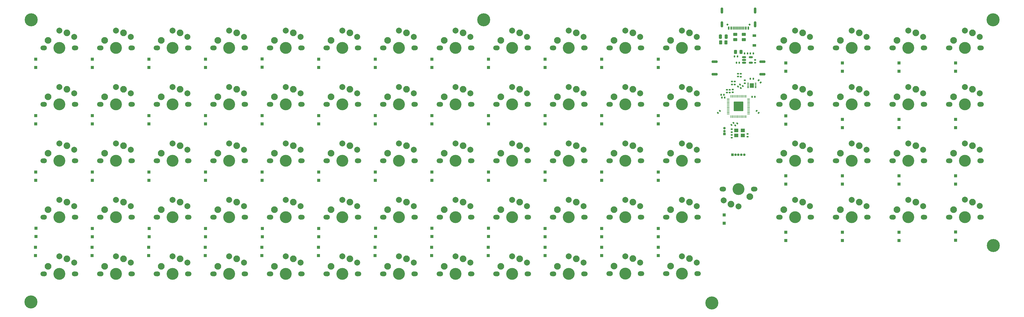
<source format=gbr>
%TF.GenerationSoftware,KiCad,Pcbnew,8.0.2*%
%TF.CreationDate,2024-05-15T22:22:56+01:00*%
%TF.ProjectId,Phoenixia,50686f65-6e69-4786-9961-2e6b69636164,1*%
%TF.SameCoordinates,Original*%
%TF.FileFunction,Soldermask,Bot*%
%TF.FilePolarity,Negative*%
%FSLAX46Y46*%
G04 Gerber Fmt 4.6, Leading zero omitted, Abs format (unit mm)*
G04 Created by KiCad (PCBNEW 8.0.2) date 2024-05-15 22:22:56*
%MOMM*%
%LPD*%
G01*
G04 APERTURE LIST*
G04 Aperture macros list*
%AMRoundRect*
0 Rectangle with rounded corners*
0 $1 Rounding radius*
0 $2 $3 $4 $5 $6 $7 $8 $9 X,Y pos of 4 corners*
0 Add a 4 corners polygon primitive as box body*
4,1,4,$2,$3,$4,$5,$6,$7,$8,$9,$2,$3,0*
0 Add four circle primitives for the rounded corners*
1,1,$1+$1,$2,$3*
1,1,$1+$1,$4,$5*
1,1,$1+$1,$6,$7*
1,1,$1+$1,$8,$9*
0 Add four rect primitives between the rounded corners*
20,1,$1+$1,$2,$3,$4,$5,0*
20,1,$1+$1,$4,$5,$6,$7,0*
20,1,$1+$1,$6,$7,$8,$9,0*
20,1,$1+$1,$8,$9,$2,$3,0*%
G04 Aperture macros list end*
%ADD10C,4.400000*%
%ADD11C,1.700000*%
%ADD12C,1.750000*%
%ADD13C,4.000000*%
%ADD14C,2.250000*%
%ADD15C,2.000000*%
%ADD16O,2.250000X2.250000*%
%ADD17R,0.850000X0.850000*%
%ADD18O,0.850000X0.850000*%
%ADD19RoundRect,0.250000X0.450000X-0.262500X0.450000X0.262500X-0.450000X0.262500X-0.450000X-0.262500X0*%
%ADD20C,0.650000*%
%ADD21R,0.600000X1.100000*%
%ADD22R,0.300000X1.100000*%
%ADD23O,0.900000X2.100000*%
%ADD24RoundRect,0.250000X0.300000X-0.300000X0.300000X0.300000X-0.300000X0.300000X-0.300000X-0.300000X0*%
%ADD25RoundRect,0.250000X0.262500X0.450000X-0.262500X0.450000X-0.262500X-0.450000X0.262500X-0.450000X0*%
%ADD26RoundRect,0.250000X-0.300000X0.300000X-0.300000X-0.300000X0.300000X-0.300000X0.300000X0.300000X0*%
%ADD27RoundRect,0.140000X0.021213X-0.219203X0.219203X-0.021213X-0.021213X0.219203X-0.219203X0.021213X0*%
%ADD28RoundRect,0.140000X0.170000X-0.140000X0.170000X0.140000X-0.170000X0.140000X-0.170000X-0.140000X0*%
%ADD29RoundRect,0.140000X-0.021213X0.219203X-0.219203X0.021213X0.021213X-0.219203X0.219203X-0.021213X0*%
%ADD30R,1.200000X0.900000*%
%ADD31RoundRect,0.140000X0.140000X0.170000X-0.140000X0.170000X-0.140000X-0.170000X0.140000X-0.170000X0*%
%ADD32R,1.400000X1.200000*%
%ADD33RoundRect,0.140000X-0.140000X-0.170000X0.140000X-0.170000X0.140000X0.170000X-0.140000X0.170000X0*%
%ADD34RoundRect,0.135000X0.135000X0.185000X-0.135000X0.185000X-0.135000X-0.185000X0.135000X-0.185000X0*%
%ADD35RoundRect,0.135000X-0.185000X0.135000X-0.185000X-0.135000X0.185000X-0.135000X0.185000X0.135000X0*%
%ADD36RoundRect,0.087500X0.175000X0.087500X-0.175000X0.087500X-0.175000X-0.087500X0.175000X-0.087500X0*%
%ADD37R,1.400000X1.600000*%
%ADD38RoundRect,0.135000X-0.135000X-0.185000X0.135000X-0.185000X0.135000X0.185000X-0.135000X0.185000X0*%
%ADD39RoundRect,0.147500X0.172500X-0.147500X0.172500X0.147500X-0.172500X0.147500X-0.172500X-0.147500X0*%
%ADD40RoundRect,0.150000X-0.512500X-0.150000X0.512500X-0.150000X0.512500X0.150000X-0.512500X0.150000X0*%
%ADD41RoundRect,0.135000X-0.226274X-0.035355X-0.035355X-0.226274X0.226274X0.035355X0.035355X0.226274X0*%
%ADD42RoundRect,0.200000X0.800000X-0.200000X0.800000X0.200000X-0.800000X0.200000X-0.800000X-0.200000X0*%
%ADD43RoundRect,0.050000X0.387500X0.050000X-0.387500X0.050000X-0.387500X-0.050000X0.387500X-0.050000X0*%
%ADD44RoundRect,0.050000X0.050000X0.387500X-0.050000X0.387500X-0.050000X-0.387500X0.050000X-0.387500X0*%
%ADD45RoundRect,0.144000X1.456000X1.456000X-1.456000X1.456000X-1.456000X-1.456000X1.456000X-1.456000X0*%
%ADD46RoundRect,0.243750X-0.243750X-0.456250X0.243750X-0.456250X0.243750X0.456250X-0.243750X0.456250X0*%
%ADD47RoundRect,0.250000X0.250000X0.475000X-0.250000X0.475000X-0.250000X-0.475000X0.250000X-0.475000X0*%
%ADD48RoundRect,0.140000X-0.219203X-0.021213X-0.021213X-0.219203X0.219203X0.021213X0.021213X0.219203X0*%
%ADD49RoundRect,0.200000X-0.800000X0.200000X-0.800000X-0.200000X0.800000X-0.200000X0.800000X0.200000X0*%
G04 APERTURE END LIST*
D10*
%TO.C,H3*%
X127250000Y-126450000D03*
%TD*%
D11*
%TO.C,K49*%
X150360000Y-97840000D03*
D12*
X150780000Y-97840000D03*
D13*
X155860000Y-97840000D03*
D12*
X160940000Y-97840000D03*
D11*
X161360000Y-97840000D03*
D14*
X158400000Y-92760000D03*
D15*
X160860000Y-94040000D03*
D16*
X152050000Y-95300000D03*
D15*
X155860000Y-91940000D03*
%TD*%
D11*
%TO.C,K58*%
X321810000Y-97840000D03*
D12*
X322230000Y-97840000D03*
D13*
X327310000Y-97840000D03*
D12*
X332390000Y-97840000D03*
D11*
X332810000Y-97840000D03*
D14*
X329850000Y-92760000D03*
D15*
X332310000Y-94040000D03*
D16*
X323500000Y-95300000D03*
D15*
X327310000Y-91940000D03*
%TD*%
D11*
%TO.C,K22*%
X245610000Y-59740000D03*
D12*
X246030000Y-59740000D03*
D13*
X251110000Y-59740000D03*
D12*
X256190000Y-59740000D03*
D11*
X256610000Y-59740000D03*
D14*
X253650000Y-54660000D03*
D15*
X256110000Y-55940000D03*
D16*
X247300000Y-57200000D03*
D15*
X251110000Y-53840000D03*
%TD*%
D10*
%TO.C,H3*%
X451100000Y-31150000D03*
%TD*%
D11*
%TO.C,K26*%
X321810000Y-59740000D03*
D12*
X322230000Y-59740000D03*
D13*
X327310000Y-59740000D03*
D12*
X332390000Y-59740000D03*
D11*
X332810000Y-59740000D03*
D14*
X329850000Y-54660000D03*
D15*
X332310000Y-55940000D03*
D16*
X323500000Y-57200000D03*
D15*
X327310000Y-53840000D03*
%TD*%
D10*
%TO.C,H3*%
X451150000Y-107400000D03*
%TD*%
D11*
%TO.C,K74*%
X321810000Y-116890000D03*
D12*
X322230000Y-116890000D03*
D13*
X327310000Y-116890000D03*
D12*
X332390000Y-116890000D03*
D11*
X332810000Y-116890000D03*
D14*
X329850000Y-111810000D03*
D15*
X332310000Y-113090000D03*
D16*
X323500000Y-114350000D03*
D15*
X327310000Y-110990000D03*
%TD*%
D11*
%TO.C,K33*%
X150360000Y-78790000D03*
D12*
X150780000Y-78790000D03*
D13*
X155860000Y-78790000D03*
D12*
X160940000Y-78790000D03*
D11*
X161360000Y-78790000D03*
D14*
X158400000Y-73710000D03*
D15*
X160860000Y-74990000D03*
D16*
X152050000Y-76250000D03*
D15*
X155860000Y-72890000D03*
%TD*%
D11*
%TO.C,K16*%
X131310000Y-59740000D03*
D12*
X131730000Y-59740000D03*
D13*
X136810000Y-59740000D03*
D12*
X141890000Y-59740000D03*
D11*
X142310000Y-59740000D03*
D14*
X139350000Y-54660000D03*
D15*
X141810000Y-55940000D03*
D16*
X133000000Y-57200000D03*
D15*
X136810000Y-53840000D03*
%TD*%
D10*
%TO.C,H3*%
X127300000Y-31200000D03*
%TD*%
D11*
%TO.C,K34*%
X169410000Y-78790000D03*
D12*
X169830000Y-78790000D03*
D13*
X174910000Y-78790000D03*
D12*
X179990000Y-78790000D03*
D11*
X180410000Y-78790000D03*
D14*
X177450000Y-73710000D03*
D15*
X179910000Y-74990000D03*
D16*
X171100000Y-76250000D03*
D15*
X174910000Y-72890000D03*
%TD*%
D11*
%TO.C,K14*%
X417060000Y-40690000D03*
D12*
X417480000Y-40690000D03*
D13*
X422560000Y-40690000D03*
D12*
X427640000Y-40690000D03*
D11*
X428060000Y-40690000D03*
D14*
X425100000Y-35610000D03*
D15*
X427560000Y-36890000D03*
D16*
X418750000Y-38150000D03*
D15*
X422560000Y-34790000D03*
%TD*%
D11*
%TO.C,K0*%
X131310000Y-40690000D03*
D12*
X131730000Y-40690000D03*
D13*
X136810000Y-40690000D03*
D12*
X141890000Y-40690000D03*
D11*
X142310000Y-40690000D03*
D14*
X139350000Y-35610000D03*
D15*
X141810000Y-36890000D03*
D16*
X133000000Y-38150000D03*
D15*
X136810000Y-34790000D03*
%TD*%
D11*
%TO.C,K11*%
X340860000Y-40690000D03*
D12*
X341280000Y-40690000D03*
D13*
X346360000Y-40690000D03*
D12*
X351440000Y-40690000D03*
D11*
X351860000Y-40690000D03*
D14*
X348900000Y-35610000D03*
D15*
X351360000Y-36890000D03*
D16*
X342550000Y-38150000D03*
D15*
X346360000Y-34790000D03*
%TD*%
D11*
%TO.C,K30*%
X417060000Y-59740000D03*
D12*
X417480000Y-59740000D03*
D13*
X422560000Y-59740000D03*
D12*
X427640000Y-59740000D03*
D11*
X428060000Y-59740000D03*
D14*
X425100000Y-54660000D03*
D15*
X427560000Y-55940000D03*
D16*
X418750000Y-57200000D03*
D15*
X422560000Y-53840000D03*
%TD*%
D11*
%TO.C,K13*%
X398010000Y-40690000D03*
D12*
X398430000Y-40690000D03*
D13*
X403510000Y-40690000D03*
D12*
X408590000Y-40690000D03*
D11*
X409010000Y-40690000D03*
D14*
X406050000Y-35610000D03*
D15*
X408510000Y-36890000D03*
D16*
X399700000Y-38150000D03*
D15*
X403510000Y-34790000D03*
%TD*%
D11*
%TO.C,K46*%
X417060000Y-78790000D03*
D12*
X417480000Y-78790000D03*
D13*
X422560000Y-78790000D03*
D12*
X427640000Y-78790000D03*
D11*
X428060000Y-78790000D03*
D14*
X425100000Y-73710000D03*
D15*
X427560000Y-74990000D03*
D16*
X418750000Y-76250000D03*
D15*
X422560000Y-72890000D03*
%TD*%
D11*
%TO.C,K66*%
X169385000Y-116900000D03*
D12*
X169805000Y-116900000D03*
D13*
X174885000Y-116900000D03*
D12*
X179965000Y-116900000D03*
D11*
X180385000Y-116900000D03*
D14*
X177425000Y-111820000D03*
D15*
X179885000Y-113100000D03*
D16*
X171075000Y-114360000D03*
D15*
X174885000Y-111000000D03*
%TD*%
D11*
%TO.C,K36*%
X207510000Y-78790000D03*
D12*
X207930000Y-78790000D03*
D13*
X213010000Y-78790000D03*
D12*
X218090000Y-78790000D03*
D11*
X218510000Y-78790000D03*
D14*
X215550000Y-73710000D03*
D15*
X218010000Y-74990000D03*
D16*
X209200000Y-76250000D03*
D15*
X213010000Y-72890000D03*
%TD*%
D11*
%TO.C,K6*%
X245610000Y-40690000D03*
D12*
X246030000Y-40690000D03*
D13*
X251110000Y-40690000D03*
D12*
X256190000Y-40690000D03*
D11*
X256610000Y-40690000D03*
D14*
X253650000Y-35610000D03*
D15*
X256110000Y-36890000D03*
D16*
X247300000Y-38150000D03*
D15*
X251110000Y-34790000D03*
%TD*%
D11*
%TO.C,K10*%
X321810000Y-40690000D03*
D12*
X322230000Y-40690000D03*
D13*
X327310000Y-40690000D03*
D12*
X332390000Y-40690000D03*
D11*
X332810000Y-40690000D03*
D14*
X329850000Y-35610000D03*
D15*
X332310000Y-36890000D03*
D16*
X323500000Y-38150000D03*
D15*
X327310000Y-34790000D03*
%TD*%
D11*
%TO.C,K27*%
X340860000Y-59740000D03*
D12*
X341280000Y-59740000D03*
D13*
X346360000Y-59740000D03*
D12*
X351440000Y-59740000D03*
D11*
X351860000Y-59740000D03*
D14*
X348900000Y-54660000D03*
D15*
X351360000Y-55940000D03*
D16*
X342550000Y-57200000D03*
D15*
X346360000Y-53840000D03*
%TD*%
D11*
%TO.C,K52*%
X207510000Y-97840000D03*
D12*
X207930000Y-97840000D03*
D13*
X213010000Y-97840000D03*
D12*
X218090000Y-97840000D03*
D11*
X218510000Y-97840000D03*
D14*
X215550000Y-92760000D03*
D15*
X218010000Y-94040000D03*
D16*
X209200000Y-95300000D03*
D15*
X213010000Y-91940000D03*
%TD*%
D11*
%TO.C,K29*%
X398010000Y-59740000D03*
D12*
X398430000Y-59740000D03*
D13*
X403510000Y-59740000D03*
D12*
X408590000Y-59740000D03*
D11*
X409010000Y-59740000D03*
D14*
X406050000Y-54660000D03*
D15*
X408510000Y-55940000D03*
D16*
X399700000Y-57200000D03*
D15*
X403510000Y-53840000D03*
%TD*%
D11*
%TO.C,K72*%
X283685000Y-116900000D03*
D12*
X284105000Y-116900000D03*
D13*
X289185000Y-116900000D03*
D12*
X294265000Y-116900000D03*
D11*
X294685000Y-116900000D03*
D14*
X291725000Y-111820000D03*
D15*
X294185000Y-113100000D03*
D16*
X285375000Y-114360000D03*
D15*
X289185000Y-111000000D03*
%TD*%
D11*
%TO.C,K44*%
X378960000Y-78790000D03*
D12*
X379380000Y-78790000D03*
D13*
X384460000Y-78790000D03*
D12*
X389540000Y-78790000D03*
D11*
X389960000Y-78790000D03*
D14*
X387000000Y-73710000D03*
D15*
X389460000Y-74990000D03*
D16*
X380650000Y-76250000D03*
D15*
X384460000Y-72890000D03*
%TD*%
D10*
%TO.C,H3*%
X279675000Y-31175000D03*
%TD*%
D11*
%TO.C,K37*%
X226560000Y-78790000D03*
D12*
X226980000Y-78790000D03*
D13*
X232060000Y-78790000D03*
D12*
X237140000Y-78790000D03*
D11*
X237560000Y-78790000D03*
D14*
X234600000Y-73710000D03*
D15*
X237060000Y-74990000D03*
D16*
X228250000Y-76250000D03*
D15*
X232060000Y-72890000D03*
%TD*%
D11*
%TO.C,K23*%
X264660000Y-59740000D03*
D12*
X265080000Y-59740000D03*
D13*
X270160000Y-59740000D03*
D12*
X275240000Y-59740000D03*
D11*
X275660000Y-59740000D03*
D14*
X272700000Y-54660000D03*
D15*
X275160000Y-55940000D03*
D16*
X266350000Y-57200000D03*
D15*
X270160000Y-53840000D03*
%TD*%
D11*
%TO.C,K55*%
X264660000Y-97840000D03*
D12*
X265080000Y-97840000D03*
D13*
X270160000Y-97840000D03*
D12*
X275240000Y-97840000D03*
D11*
X275660000Y-97840000D03*
D14*
X272700000Y-92760000D03*
D15*
X275160000Y-94040000D03*
D16*
X266350000Y-95300000D03*
D15*
X270160000Y-91940000D03*
%TD*%
D11*
%TO.C,K38*%
X245610000Y-78790000D03*
D12*
X246030000Y-78790000D03*
D13*
X251110000Y-78790000D03*
D12*
X256190000Y-78790000D03*
D11*
X256610000Y-78790000D03*
D14*
X253650000Y-73710000D03*
D15*
X256110000Y-74990000D03*
D16*
X247300000Y-76250000D03*
D15*
X251110000Y-72890000D03*
%TD*%
D11*
%TO.C,K20*%
X207510000Y-59740000D03*
D12*
X207930000Y-59740000D03*
D13*
X213010000Y-59740000D03*
D12*
X218090000Y-59740000D03*
D11*
X218510000Y-59740000D03*
D14*
X215550000Y-54660000D03*
D15*
X218010000Y-55940000D03*
D16*
X209200000Y-57200000D03*
D15*
X213010000Y-53840000D03*
%TD*%
D11*
%TO.C,K21*%
X226560000Y-59740000D03*
D12*
X226980000Y-59740000D03*
D13*
X232060000Y-59740000D03*
D12*
X237140000Y-59740000D03*
D11*
X237560000Y-59740000D03*
D14*
X234600000Y-54660000D03*
D15*
X237060000Y-55940000D03*
D16*
X228250000Y-57200000D03*
D15*
X232060000Y-53840000D03*
%TD*%
D17*
%TO.C,REF\u002A\u002A*%
X363375000Y-76700000D03*
D18*
X364375000Y-76700000D03*
X365375000Y-76700000D03*
X366375000Y-76700000D03*
X367375000Y-76700000D03*
%TD*%
D11*
%TO.C,K56*%
X283710000Y-97840000D03*
D12*
X284130000Y-97840000D03*
D13*
X289210000Y-97840000D03*
D12*
X294290000Y-97840000D03*
D11*
X294710000Y-97840000D03*
D14*
X291750000Y-92760000D03*
D15*
X294210000Y-94040000D03*
D16*
X285400000Y-95300000D03*
D15*
X289210000Y-91940000D03*
%TD*%
D11*
%TO.C,K73*%
X302735000Y-116900000D03*
D12*
X303155000Y-116900000D03*
D13*
X308235000Y-116900000D03*
D12*
X313315000Y-116900000D03*
D11*
X313735000Y-116900000D03*
D14*
X310775000Y-111820000D03*
D15*
X313235000Y-113100000D03*
D16*
X304425000Y-114360000D03*
D15*
X308235000Y-111000000D03*
%TD*%
D11*
%TO.C,K28*%
X378960000Y-59740000D03*
D12*
X379380000Y-59740000D03*
D13*
X384460000Y-59740000D03*
D12*
X389540000Y-59740000D03*
D11*
X389960000Y-59740000D03*
D14*
X387000000Y-54660000D03*
D15*
X389460000Y-55940000D03*
D16*
X380650000Y-57200000D03*
D15*
X384460000Y-53840000D03*
%TD*%
D11*
%TO.C,K69*%
X226535000Y-116900000D03*
D12*
X226955000Y-116900000D03*
D13*
X232035000Y-116900000D03*
D12*
X237115000Y-116900000D03*
D11*
X237535000Y-116900000D03*
D14*
X234575000Y-111820000D03*
D15*
X237035000Y-113100000D03*
D16*
X228225000Y-114360000D03*
D15*
X232035000Y-111000000D03*
%TD*%
D11*
%TO.C,K62*%
X417060000Y-97840000D03*
D12*
X417480000Y-97840000D03*
D13*
X422560000Y-97840000D03*
D12*
X427640000Y-97840000D03*
D11*
X428060000Y-97840000D03*
D14*
X425100000Y-92760000D03*
D15*
X427560000Y-94040000D03*
D16*
X418750000Y-95300000D03*
D15*
X422560000Y-91940000D03*
%TD*%
D11*
%TO.C,K54*%
X245610000Y-97840000D03*
D12*
X246030000Y-97840000D03*
D13*
X251110000Y-97840000D03*
D12*
X256190000Y-97840000D03*
D11*
X256610000Y-97840000D03*
D14*
X253650000Y-92760000D03*
D15*
X256110000Y-94040000D03*
D16*
X247300000Y-95300000D03*
D15*
X251110000Y-91940000D03*
%TD*%
D11*
%TO.C,K68*%
X207485000Y-116900000D03*
D12*
X207905000Y-116900000D03*
D13*
X212985000Y-116900000D03*
D12*
X218065000Y-116900000D03*
D11*
X218485000Y-116900000D03*
D14*
X215525000Y-111820000D03*
D15*
X217985000Y-113100000D03*
D16*
X209175000Y-114360000D03*
D15*
X212985000Y-111000000D03*
%TD*%
D11*
%TO.C,K24*%
X283710000Y-59740000D03*
D12*
X284130000Y-59740000D03*
D13*
X289210000Y-59740000D03*
D12*
X294290000Y-59740000D03*
D11*
X294710000Y-59740000D03*
D14*
X291750000Y-54660000D03*
D15*
X294210000Y-55940000D03*
D16*
X285400000Y-57200000D03*
D15*
X289210000Y-53840000D03*
%TD*%
D11*
%TO.C,K18*%
X169410000Y-59740000D03*
D12*
X169830000Y-59740000D03*
D13*
X174910000Y-59740000D03*
D12*
X179990000Y-59740000D03*
D11*
X180410000Y-59740000D03*
D14*
X177450000Y-54660000D03*
D15*
X179910000Y-55940000D03*
D16*
X171100000Y-57200000D03*
D15*
X174910000Y-53840000D03*
%TD*%
D11*
%TO.C,K4*%
X207510000Y-40690000D03*
D12*
X207930000Y-40690000D03*
D13*
X213010000Y-40690000D03*
D12*
X218090000Y-40690000D03*
D11*
X218510000Y-40690000D03*
D14*
X215550000Y-35610000D03*
D15*
X218010000Y-36890000D03*
D16*
X209200000Y-38150000D03*
D15*
X213010000Y-34790000D03*
%TD*%
D11*
%TO.C,K64*%
X131285000Y-116900000D03*
D12*
X131705000Y-116900000D03*
D13*
X136785000Y-116900000D03*
D12*
X141865000Y-116900000D03*
D11*
X142285000Y-116900000D03*
D14*
X139325000Y-111820000D03*
D15*
X141785000Y-113100000D03*
D16*
X132975000Y-114360000D03*
D15*
X136785000Y-111000000D03*
%TD*%
D11*
%TO.C,K12*%
X378960000Y-40690000D03*
D12*
X379380000Y-40690000D03*
D13*
X384460000Y-40690000D03*
D12*
X389540000Y-40690000D03*
D11*
X389960000Y-40690000D03*
D14*
X387000000Y-35610000D03*
D15*
X389460000Y-36890000D03*
D16*
X380650000Y-38150000D03*
D15*
X384460000Y-34790000D03*
%TD*%
D11*
%TO.C,K59*%
X340860000Y-97840000D03*
D12*
X341280000Y-97840000D03*
D13*
X346360000Y-97840000D03*
D12*
X351440000Y-97840000D03*
D11*
X351860000Y-97840000D03*
D14*
X348900000Y-92760000D03*
D15*
X351360000Y-94040000D03*
D16*
X342550000Y-95300000D03*
D15*
X346360000Y-91940000D03*
%TD*%
D11*
%TO.C,K42*%
X321810000Y-78790000D03*
D12*
X322230000Y-78790000D03*
D13*
X327310000Y-78790000D03*
D12*
X332390000Y-78790000D03*
D11*
X332810000Y-78790000D03*
D14*
X329850000Y-73710000D03*
D15*
X332310000Y-74990000D03*
D16*
X323500000Y-76250000D03*
D15*
X327310000Y-72890000D03*
%TD*%
D11*
%TO.C,K51*%
X188460000Y-97840000D03*
D12*
X188880000Y-97840000D03*
D13*
X193960000Y-97840000D03*
D12*
X199040000Y-97840000D03*
D11*
X199460000Y-97840000D03*
D14*
X196500000Y-92760000D03*
D15*
X198960000Y-94040000D03*
D16*
X190150000Y-95300000D03*
D15*
X193960000Y-91940000D03*
%TD*%
D11*
%TO.C,K2*%
X169410000Y-40690000D03*
D12*
X169830000Y-40690000D03*
D13*
X174910000Y-40690000D03*
D12*
X179990000Y-40690000D03*
D11*
X180410000Y-40690000D03*
D14*
X177450000Y-35610000D03*
D15*
X179910000Y-36890000D03*
D16*
X171100000Y-38150000D03*
D15*
X174910000Y-34790000D03*
%TD*%
D11*
%TO.C,K43*%
X340860000Y-78790000D03*
D12*
X341280000Y-78790000D03*
D13*
X346360000Y-78790000D03*
D12*
X351440000Y-78790000D03*
D11*
X351860000Y-78790000D03*
D14*
X348900000Y-73710000D03*
D15*
X351360000Y-74990000D03*
D16*
X342550000Y-76250000D03*
D15*
X346360000Y-72890000D03*
%TD*%
D11*
%TO.C,K67*%
X188435000Y-116900000D03*
D12*
X188855000Y-116900000D03*
D13*
X193935000Y-116900000D03*
D12*
X199015000Y-116900000D03*
D11*
X199435000Y-116900000D03*
D14*
X196475000Y-111820000D03*
D15*
X198935000Y-113100000D03*
D16*
X190125000Y-114360000D03*
D15*
X193935000Y-111000000D03*
%TD*%
D11*
%TO.C,K7*%
X264660000Y-40690000D03*
D12*
X265080000Y-40690000D03*
D13*
X270160000Y-40690000D03*
D12*
X275240000Y-40690000D03*
D11*
X275660000Y-40690000D03*
D14*
X272700000Y-35610000D03*
D15*
X275160000Y-36890000D03*
D16*
X266350000Y-38150000D03*
D15*
X270160000Y-34790000D03*
%TD*%
D11*
%TO.C,K75*%
X340860000Y-116890000D03*
D12*
X341280000Y-116890000D03*
D13*
X346360000Y-116890000D03*
D12*
X351440000Y-116890000D03*
D11*
X351860000Y-116890000D03*
D14*
X348900000Y-111810000D03*
D15*
X351360000Y-113090000D03*
D16*
X342550000Y-114350000D03*
D15*
X346360000Y-110990000D03*
%TD*%
D11*
%TO.C,K76*%
X370906350Y-88300000D03*
D12*
X370486350Y-88300000D03*
D13*
X365406350Y-88300000D03*
D12*
X360326350Y-88300000D03*
D11*
X359906350Y-88300000D03*
D14*
X362866350Y-93380000D03*
D15*
X360406350Y-92100000D03*
D16*
X369216350Y-90840000D03*
D15*
X365406350Y-94200000D03*
%TD*%
D11*
%TO.C,K19*%
X188460000Y-59740000D03*
D12*
X188880000Y-59740000D03*
D13*
X193960000Y-59740000D03*
D12*
X199040000Y-59740000D03*
D11*
X199460000Y-59740000D03*
D14*
X196500000Y-54660000D03*
D15*
X198960000Y-55940000D03*
D16*
X190150000Y-57200000D03*
D15*
X193960000Y-53840000D03*
%TD*%
D11*
%TO.C,K61*%
X398010000Y-97840000D03*
D12*
X398430000Y-97840000D03*
D13*
X403510000Y-97840000D03*
D12*
X408590000Y-97840000D03*
D11*
X409010000Y-97840000D03*
D14*
X406050000Y-92760000D03*
D15*
X408510000Y-94040000D03*
D16*
X399700000Y-95300000D03*
D15*
X403510000Y-91940000D03*
%TD*%
D11*
%TO.C,K31*%
X436110000Y-59740000D03*
D12*
X436530000Y-59740000D03*
D13*
X441610000Y-59740000D03*
D12*
X446690000Y-59740000D03*
D11*
X447110000Y-59740000D03*
D14*
X444150000Y-54660000D03*
D15*
X446610000Y-55940000D03*
D16*
X437800000Y-57200000D03*
D15*
X441610000Y-53840000D03*
%TD*%
D11*
%TO.C,K9*%
X302760000Y-40690000D03*
D12*
X303180000Y-40690000D03*
D13*
X308260000Y-40690000D03*
D12*
X313340000Y-40690000D03*
D11*
X313760000Y-40690000D03*
D14*
X310800000Y-35610000D03*
D15*
X313260000Y-36890000D03*
D16*
X304450000Y-38150000D03*
D15*
X308260000Y-34790000D03*
%TD*%
D11*
%TO.C,K65*%
X150335000Y-116900000D03*
D12*
X150755000Y-116900000D03*
D13*
X155835000Y-116900000D03*
D12*
X160915000Y-116900000D03*
D11*
X161335000Y-116900000D03*
D14*
X158375000Y-111820000D03*
D15*
X160835000Y-113100000D03*
D16*
X152025000Y-114360000D03*
D15*
X155835000Y-111000000D03*
%TD*%
D11*
%TO.C,K41*%
X302760000Y-78790000D03*
D12*
X303180000Y-78790000D03*
D13*
X308260000Y-78790000D03*
D12*
X313340000Y-78790000D03*
D11*
X313760000Y-78790000D03*
D14*
X310800000Y-73710000D03*
D15*
X313260000Y-74990000D03*
D16*
X304450000Y-76250000D03*
D15*
X308260000Y-72890000D03*
%TD*%
D11*
%TO.C,K35*%
X188460000Y-78790000D03*
D12*
X188880000Y-78790000D03*
D13*
X193960000Y-78790000D03*
D12*
X199040000Y-78790000D03*
D11*
X199460000Y-78790000D03*
D14*
X196500000Y-73710000D03*
D15*
X198960000Y-74990000D03*
D16*
X190150000Y-76250000D03*
D15*
X193960000Y-72890000D03*
%TD*%
D11*
%TO.C,K60*%
X378960000Y-97840000D03*
D12*
X379380000Y-97840000D03*
D13*
X384460000Y-97840000D03*
D12*
X389540000Y-97840000D03*
D11*
X389960000Y-97840000D03*
D14*
X387000000Y-92760000D03*
D15*
X389460000Y-94040000D03*
D16*
X380650000Y-95300000D03*
D15*
X384460000Y-91940000D03*
%TD*%
D11*
%TO.C,K45*%
X398010000Y-78790000D03*
D12*
X398430000Y-78790000D03*
D13*
X403510000Y-78790000D03*
D12*
X408590000Y-78790000D03*
D11*
X409010000Y-78790000D03*
D14*
X406050000Y-73710000D03*
D15*
X408510000Y-74990000D03*
D16*
X399700000Y-76250000D03*
D15*
X403510000Y-72890000D03*
%TD*%
D11*
%TO.C,K32*%
X131310000Y-78790000D03*
D12*
X131730000Y-78790000D03*
D13*
X136810000Y-78790000D03*
D12*
X141890000Y-78790000D03*
D11*
X142310000Y-78790000D03*
D14*
X139350000Y-73710000D03*
D15*
X141810000Y-74990000D03*
D16*
X133000000Y-76250000D03*
D15*
X136810000Y-72890000D03*
%TD*%
D11*
%TO.C,K48*%
X131310000Y-97840000D03*
D12*
X131730000Y-97840000D03*
D13*
X136810000Y-97840000D03*
D12*
X141890000Y-97840000D03*
D11*
X142310000Y-97840000D03*
D14*
X139350000Y-92760000D03*
D15*
X141810000Y-94040000D03*
D16*
X133000000Y-95300000D03*
D15*
X136810000Y-91940000D03*
%TD*%
D11*
%TO.C,K15*%
X436110000Y-40690000D03*
D12*
X436530000Y-40690000D03*
D13*
X441610000Y-40690000D03*
D12*
X446690000Y-40690000D03*
D11*
X447110000Y-40690000D03*
D14*
X444150000Y-35610000D03*
D15*
X446610000Y-36890000D03*
D16*
X437800000Y-38150000D03*
D15*
X441610000Y-34790000D03*
%TD*%
D11*
%TO.C,K71*%
X264635000Y-116900000D03*
D12*
X265055000Y-116900000D03*
D13*
X270135000Y-116900000D03*
D12*
X275215000Y-116900000D03*
D11*
X275635000Y-116900000D03*
D14*
X272675000Y-111820000D03*
D15*
X275135000Y-113100000D03*
D16*
X266325000Y-114360000D03*
D15*
X270135000Y-111000000D03*
%TD*%
D11*
%TO.C,K50*%
X169410000Y-97840000D03*
D12*
X169830000Y-97840000D03*
D13*
X174910000Y-97840000D03*
D12*
X179990000Y-97840000D03*
D11*
X180410000Y-97840000D03*
D14*
X177450000Y-92760000D03*
D15*
X179910000Y-94040000D03*
D16*
X171100000Y-95300000D03*
D15*
X174910000Y-91940000D03*
%TD*%
D11*
%TO.C,K53*%
X226560000Y-97840000D03*
D12*
X226980000Y-97840000D03*
D13*
X232060000Y-97840000D03*
D12*
X237140000Y-97840000D03*
D11*
X237560000Y-97840000D03*
D14*
X234600000Y-92760000D03*
D15*
X237060000Y-94040000D03*
D16*
X228250000Y-95300000D03*
D15*
X232060000Y-91940000D03*
%TD*%
D11*
%TO.C,K57*%
X302760000Y-97840000D03*
D12*
X303180000Y-97840000D03*
D13*
X308260000Y-97840000D03*
D12*
X313340000Y-97840000D03*
D11*
X313760000Y-97840000D03*
D14*
X310800000Y-92760000D03*
D15*
X313260000Y-94040000D03*
D16*
X304450000Y-95300000D03*
D15*
X308260000Y-91940000D03*
%TD*%
D11*
%TO.C,K39*%
X264660000Y-78790000D03*
D12*
X265080000Y-78790000D03*
D13*
X270160000Y-78790000D03*
D12*
X275240000Y-78790000D03*
D11*
X275660000Y-78790000D03*
D14*
X272700000Y-73710000D03*
D15*
X275160000Y-74990000D03*
D16*
X266350000Y-76250000D03*
D15*
X270160000Y-72890000D03*
%TD*%
D11*
%TO.C,K25*%
X302760000Y-59740000D03*
D12*
X303180000Y-59740000D03*
D13*
X308260000Y-59740000D03*
D12*
X313340000Y-59740000D03*
D11*
X313760000Y-59740000D03*
D14*
X310800000Y-54660000D03*
D15*
X313260000Y-55940000D03*
D16*
X304450000Y-57200000D03*
D15*
X308260000Y-53840000D03*
%TD*%
D11*
%TO.C,K17*%
X150360000Y-59740000D03*
D12*
X150780000Y-59740000D03*
D13*
X155860000Y-59740000D03*
D12*
X160940000Y-59740000D03*
D11*
X161360000Y-59740000D03*
D14*
X158400000Y-54660000D03*
D15*
X160860000Y-55940000D03*
D16*
X152050000Y-57200000D03*
D15*
X155860000Y-53840000D03*
%TD*%
D11*
%TO.C,K5*%
X226560000Y-40690000D03*
D12*
X226980000Y-40690000D03*
D13*
X232060000Y-40690000D03*
D12*
X237140000Y-40690000D03*
D11*
X237560000Y-40690000D03*
D14*
X234600000Y-35610000D03*
D15*
X237060000Y-36890000D03*
D16*
X228250000Y-38150000D03*
D15*
X232060000Y-34790000D03*
%TD*%
D11*
%TO.C,K1*%
X150360000Y-40690000D03*
D12*
X150780000Y-40690000D03*
D13*
X155860000Y-40690000D03*
D12*
X160940000Y-40690000D03*
D11*
X161360000Y-40690000D03*
D14*
X158400000Y-35610000D03*
D15*
X160860000Y-36890000D03*
D16*
X152050000Y-38150000D03*
D15*
X155860000Y-34790000D03*
%TD*%
D11*
%TO.C,K63*%
X436093650Y-97812700D03*
D12*
X436513650Y-97812700D03*
D13*
X441593650Y-97812700D03*
D12*
X446673650Y-97812700D03*
D11*
X447093650Y-97812700D03*
D14*
X444133650Y-92732700D03*
D15*
X446593650Y-94012700D03*
D16*
X437783650Y-95272700D03*
D15*
X441593650Y-91912700D03*
%TD*%
D11*
%TO.C,K8*%
X283710000Y-40690000D03*
D12*
X284130000Y-40690000D03*
D13*
X289210000Y-40690000D03*
D12*
X294290000Y-40690000D03*
D11*
X294710000Y-40690000D03*
D14*
X291750000Y-35610000D03*
D15*
X294210000Y-36890000D03*
D16*
X285400000Y-38150000D03*
D15*
X289210000Y-34790000D03*
%TD*%
D11*
%TO.C,K47*%
X436110000Y-78790000D03*
D12*
X436530000Y-78790000D03*
D13*
X441610000Y-78790000D03*
D12*
X446690000Y-78790000D03*
D11*
X447110000Y-78790000D03*
D14*
X444150000Y-73710000D03*
D15*
X446610000Y-74990000D03*
D16*
X437800000Y-76250000D03*
D15*
X441610000Y-72890000D03*
%TD*%
D11*
%TO.C,K40*%
X283710000Y-78790000D03*
D12*
X284130000Y-78790000D03*
D13*
X289210000Y-78790000D03*
D12*
X294290000Y-78790000D03*
D11*
X294710000Y-78790000D03*
D14*
X291750000Y-73710000D03*
D15*
X294210000Y-74990000D03*
D16*
X285400000Y-76250000D03*
D15*
X289210000Y-72890000D03*
%TD*%
D10*
%TO.C,H3*%
X356450000Y-126750000D03*
%TD*%
D11*
%TO.C,K70*%
X245585000Y-116900000D03*
D12*
X246005000Y-116900000D03*
D13*
X251085000Y-116900000D03*
D12*
X256165000Y-116900000D03*
D11*
X256585000Y-116900000D03*
D14*
X253625000Y-111820000D03*
D15*
X256085000Y-113100000D03*
D16*
X247275000Y-114360000D03*
D15*
X251085000Y-111000000D03*
%TD*%
D11*
%TO.C,K3*%
X188460000Y-40690000D03*
D12*
X188880000Y-40690000D03*
D13*
X193960000Y-40690000D03*
D12*
X199040000Y-40690000D03*
D11*
X199460000Y-40690000D03*
D14*
X196500000Y-35610000D03*
D15*
X198960000Y-36890000D03*
D16*
X190150000Y-38150000D03*
D15*
X193960000Y-34790000D03*
%TD*%
D19*
%TO.C,R5*%
X364285000Y-37892500D03*
X364285000Y-36067500D03*
%TD*%
%TO.C,R6*%
X367205000Y-37882500D03*
X367205000Y-36057500D03*
%TD*%
D20*
%TO.C,USB1*%
X361675000Y-32750000D03*
X369175000Y-32750000D03*
D21*
X362125000Y-33950000D03*
X362975000Y-33950000D03*
D22*
X364175000Y-33950000D03*
X365175000Y-33950000D03*
X365675000Y-33950000D03*
X366675000Y-33950000D03*
D21*
X367875000Y-33950000D03*
X368725000Y-33950000D03*
X368725000Y-33950000D03*
X367875000Y-33950000D03*
D22*
X367175000Y-33950000D03*
X366175000Y-33950000D03*
X364675000Y-33950000D03*
X363675000Y-33950000D03*
D21*
X362975000Y-33950000D03*
X362125000Y-33950000D03*
D23*
X359850000Y-28070000D03*
X359850000Y-32670000D03*
X371000000Y-28070000D03*
X371000000Y-32670000D03*
%TD*%
D24*
%TO.C,D33*%
X147875000Y-85325000D03*
X147875000Y-82525000D03*
%TD*%
%TO.C,D54*%
X243225000Y-104325000D03*
X243225000Y-101525000D03*
%TD*%
%TO.C,D17*%
X147875000Y-66325000D03*
X147875000Y-63525000D03*
%TD*%
D25*
%TO.C,R8*%
X361212500Y-38825000D03*
X359387500Y-38825000D03*
%TD*%
D24*
%TO.C,D63*%
X438525000Y-105625000D03*
X438525000Y-102825000D03*
%TD*%
D26*
%TO.C,D70*%
X243050000Y-107925000D03*
X243050000Y-110725000D03*
%TD*%
D27*
%TO.C,C11*%
X365260589Y-53669411D03*
X365939411Y-52990589D03*
%TD*%
D24*
%TO.C,D1*%
X147875000Y-47275000D03*
X147875000Y-44475000D03*
%TD*%
%TO.C,D14*%
X419475000Y-48525000D03*
X419475000Y-45725000D03*
%TD*%
D26*
%TO.C,D73*%
X300275000Y-107950000D03*
X300275000Y-110750000D03*
%TD*%
D24*
%TO.C,D15*%
X438525000Y-48525000D03*
X438525000Y-45725000D03*
%TD*%
D28*
%TO.C,C19*%
X363170000Y-70970000D03*
X363170000Y-70010000D03*
%TD*%
D24*
%TO.C,D28*%
X381375000Y-66375000D03*
X381375000Y-63575000D03*
%TD*%
%TO.C,D41*%
X300275000Y-85375000D03*
X300275000Y-82575000D03*
%TD*%
D29*
%TO.C,C6*%
X363764411Y-65960589D03*
X363085589Y-66639411D03*
%TD*%
D30*
%TO.C,D100*%
X370775000Y-39807500D03*
X370775000Y-36507500D03*
%TD*%
D24*
%TO.C,D52*%
X205125000Y-104375000D03*
X205125000Y-101575000D03*
%TD*%
%TO.C,D24*%
X281275000Y-66275000D03*
X281275000Y-63475000D03*
%TD*%
D31*
%TO.C,C16*%
X360780000Y-57450000D03*
X359820000Y-57450000D03*
%TD*%
D24*
%TO.C,D47*%
X438525000Y-86600000D03*
X438525000Y-83800000D03*
%TD*%
%TO.C,D42*%
X319375000Y-85375000D03*
X319375000Y-82575000D03*
%TD*%
D26*
%TO.C,D68*%
X204950000Y-107925000D03*
X204950000Y-110725000D03*
%TD*%
D24*
%TO.C,D35*%
X185975000Y-85375000D03*
X185975000Y-82575000D03*
%TD*%
%TO.C,D6*%
X243175000Y-47275000D03*
X243175000Y-44475000D03*
%TD*%
%TO.C,D10*%
X319375000Y-47275000D03*
X319375000Y-44475000D03*
%TD*%
D17*
%TO.C,J5*%
X360675000Y-69725000D03*
D18*
X360675000Y-68725000D03*
X360675000Y-67725000D03*
%TD*%
D24*
%TO.C,D9*%
X300275000Y-47275000D03*
X300275000Y-44475000D03*
%TD*%
D26*
%TO.C,D74*%
X319325000Y-107950000D03*
X319325000Y-110750000D03*
%TD*%
D24*
%TO.C,D58*%
X319375000Y-104375000D03*
X319375000Y-101575000D03*
%TD*%
%TO.C,D21*%
X224075000Y-66275000D03*
X224075000Y-63475000D03*
%TD*%
%TO.C,D29*%
X400425000Y-67550000D03*
X400425000Y-64750000D03*
%TD*%
D32*
%TO.C,Y1*%
X366900000Y-70200000D03*
X364700000Y-70200000D03*
X364700000Y-68500000D03*
X366900000Y-68500000D03*
%TD*%
D24*
%TO.C,D76*%
X360575000Y-99875000D03*
X360575000Y-97075000D03*
%TD*%
%TO.C,D5*%
X224075000Y-47275000D03*
X224075000Y-44475000D03*
%TD*%
%TO.C,D38*%
X243175000Y-85375000D03*
X243175000Y-82575000D03*
%TD*%
%TO.C,D61*%
X400425000Y-105650000D03*
X400425000Y-102850000D03*
%TD*%
%TO.C,D11*%
X338375000Y-47275000D03*
X338375000Y-44475000D03*
%TD*%
D26*
%TO.C,D64*%
X128750000Y-107925000D03*
X128750000Y-110725000D03*
%TD*%
D33*
%TO.C,C15*%
X369970000Y-57175000D03*
X370930000Y-57175000D03*
%TD*%
D24*
%TO.C,D60*%
X381375000Y-105650000D03*
X381375000Y-102850000D03*
%TD*%
D31*
%TO.C,CBP1*%
X370390000Y-42476250D03*
X369430000Y-42476250D03*
%TD*%
D28*
%TO.C,C102*%
X361525000Y-55730000D03*
X361525000Y-54770000D03*
%TD*%
D34*
%TO.C,R7*%
X368494999Y-42476250D03*
X367474999Y-42476250D03*
%TD*%
D29*
%TO.C,C8*%
X365014411Y-66135589D03*
X364335589Y-66814411D03*
%TD*%
D35*
%TO.C,R11*%
X363160000Y-68070000D03*
X363160000Y-69090000D03*
%TD*%
D36*
%TO.C,FLASH1*%
X371187500Y-52570000D03*
X371187500Y-53070000D03*
X371187500Y-53570000D03*
X371187500Y-54070000D03*
X368612500Y-54070000D03*
X368612500Y-53570000D03*
X368612500Y-53070000D03*
X368612500Y-52570000D03*
D37*
X369900000Y-53320000D03*
%TD*%
D35*
%TO.C,R3*%
X364180000Y-52030000D03*
X364180000Y-53050000D03*
%TD*%
D24*
%TO.C,D8*%
X281275000Y-47275000D03*
X281275000Y-44475000D03*
%TD*%
D26*
%TO.C,D72*%
X281150000Y-107925000D03*
X281150000Y-110725000D03*
%TD*%
D38*
%TO.C,FB1*%
X364050000Y-43501250D03*
X365070000Y-43501250D03*
%TD*%
D26*
%TO.C,D69*%
X224050000Y-107925000D03*
X224050000Y-110725000D03*
%TD*%
D39*
%TO.C,DLED1*%
X365225000Y-50345000D03*
X365225000Y-49375000D03*
%TD*%
D40*
%TO.C,U1*%
X367297500Y-45651250D03*
X367297500Y-44701250D03*
X367297500Y-43751250D03*
X369572500Y-43751250D03*
X369572500Y-45651250D03*
%TD*%
D24*
%TO.C,D0*%
X128875000Y-47225000D03*
X128875000Y-44425000D03*
%TD*%
%TO.C,D22*%
X243175000Y-66325000D03*
X243175000Y-63525000D03*
%TD*%
%TO.C,D50*%
X167025000Y-104375000D03*
X167025000Y-101575000D03*
%TD*%
%TO.C,D27*%
X338375000Y-66325000D03*
X338375000Y-63525000D03*
%TD*%
%TO.C,D48*%
X128925000Y-104325000D03*
X128925000Y-101525000D03*
%TD*%
%TO.C,D46*%
X419475000Y-86600000D03*
X419475000Y-83800000D03*
%TD*%
%TO.C,D18*%
X166975000Y-66275000D03*
X166975000Y-63475000D03*
%TD*%
D29*
%TO.C,C13*%
X359128822Y-61883678D03*
X358450000Y-62562500D03*
%TD*%
D41*
%TO.C,R1*%
X372189376Y-51589376D03*
X372910624Y-52310624D03*
%TD*%
D24*
%TO.C,D53*%
X224125000Y-104375000D03*
X224125000Y-101575000D03*
%TD*%
D42*
%TO.C,J2*%
X373450000Y-49512500D03*
X373450000Y-45312500D03*
%TD*%
D26*
%TO.C,D71*%
X262150000Y-107925000D03*
X262150000Y-110725000D03*
%TD*%
D24*
%TO.C,D31*%
X438525000Y-67550000D03*
X438525000Y-64750000D03*
%TD*%
%TO.C,D51*%
X186025000Y-104375000D03*
X186025000Y-101575000D03*
%TD*%
D28*
%TO.C,C5*%
X367560000Y-52570000D03*
X367560000Y-51610000D03*
%TD*%
D24*
%TO.C,D59*%
X338375000Y-104375000D03*
X338375000Y-101575000D03*
%TD*%
%TO.C,D43*%
X338375000Y-85375000D03*
X338375000Y-82575000D03*
%TD*%
%TO.C,D26*%
X319375000Y-66275000D03*
X319375000Y-63475000D03*
%TD*%
%TO.C,D20*%
X205075000Y-66275000D03*
X205075000Y-63475000D03*
%TD*%
%TO.C,D7*%
X262175000Y-47275000D03*
X262175000Y-44475000D03*
%TD*%
%TO.C,D39*%
X262175000Y-85375000D03*
X262175000Y-82575000D03*
%TD*%
%TO.C,D62*%
X419475000Y-105650000D03*
X419475000Y-102850000D03*
%TD*%
D26*
%TO.C,D66*%
X166850000Y-107975000D03*
X166850000Y-110775000D03*
%TD*%
D24*
%TO.C,D37*%
X224075000Y-85375000D03*
X224075000Y-82575000D03*
%TD*%
D28*
%TO.C,C3*%
X363475000Y-55630000D03*
X363475000Y-54670000D03*
%TD*%
D35*
%TO.C,R9*%
X366165000Y-49350000D03*
X366165000Y-50370000D03*
%TD*%
D24*
%TO.C,D57*%
X300275000Y-104375000D03*
X300275000Y-101575000D03*
%TD*%
%TO.C,D30*%
X419475000Y-67550000D03*
X419475000Y-64750000D03*
%TD*%
%TO.C,D44*%
X381375000Y-86600000D03*
X381375000Y-83800000D03*
%TD*%
D38*
%TO.C,R2*%
X369390000Y-51070000D03*
X370410000Y-51070000D03*
%TD*%
D24*
%TO.C,D45*%
X400425000Y-86600000D03*
X400425000Y-83800000D03*
%TD*%
D31*
%TO.C,C18*%
X360530000Y-56450000D03*
X359570000Y-56450000D03*
%TD*%
D24*
%TO.C,D56*%
X281275000Y-104325000D03*
X281275000Y-101525000D03*
%TD*%
%TO.C,D36*%
X205075000Y-85375000D03*
X205075000Y-82575000D03*
%TD*%
%TO.C,D19*%
X185975000Y-66275000D03*
X185975000Y-63475000D03*
%TD*%
D43*
%TO.C,U3*%
X368837500Y-57800000D03*
X368837500Y-58200000D03*
X368837500Y-58600000D03*
X368837500Y-59000000D03*
X368837500Y-59400000D03*
X368837500Y-59800000D03*
X368837500Y-60200000D03*
X368837500Y-60600000D03*
X368837500Y-61000000D03*
X368837500Y-61400000D03*
X368837500Y-61800000D03*
X368837500Y-62200000D03*
X368837500Y-62600000D03*
X368837500Y-63000000D03*
D44*
X368000000Y-63837500D03*
X367600000Y-63837500D03*
X367200000Y-63837500D03*
X366800000Y-63837500D03*
X366400000Y-63837500D03*
X366000000Y-63837500D03*
X365600000Y-63837500D03*
X365200000Y-63837500D03*
X364800000Y-63837500D03*
X364400000Y-63837500D03*
X364000000Y-63837500D03*
X363600000Y-63837500D03*
X363200000Y-63837500D03*
X362800000Y-63837500D03*
D43*
X361962500Y-63000000D03*
X361962500Y-62600000D03*
X361962500Y-62200000D03*
X361962500Y-61800000D03*
X361962500Y-61400000D03*
X361962500Y-61000000D03*
X361962500Y-60600000D03*
X361962500Y-60200000D03*
X361962500Y-59800000D03*
X361962500Y-59400000D03*
X361962500Y-59000000D03*
X361962500Y-58600000D03*
X361962500Y-58200000D03*
X361962500Y-57800000D03*
D44*
X362800000Y-56962500D03*
X363200000Y-56962500D03*
X363600000Y-56962500D03*
X364000000Y-56962500D03*
X364400000Y-56962500D03*
X364800000Y-56962500D03*
X365200000Y-56962500D03*
X365600000Y-56962500D03*
X366000000Y-56962500D03*
X366400000Y-56962500D03*
X366800000Y-56962500D03*
X367200000Y-56962500D03*
X367600000Y-56962500D03*
X368000000Y-56962500D03*
D45*
X365400000Y-60400000D03*
%TD*%
D24*
%TO.C,D13*%
X400425000Y-48525000D03*
X400425000Y-45725000D03*
%TD*%
D26*
%TO.C,D75*%
X338400000Y-107950000D03*
X338400000Y-110750000D03*
%TD*%
D46*
%TO.C,F1*%
X364372500Y-42001250D03*
X366247500Y-42001250D03*
%TD*%
D24*
%TO.C,D4*%
X205075000Y-47200000D03*
X205075000Y-44400000D03*
%TD*%
%TO.C,D23*%
X262175000Y-66325000D03*
X262175000Y-63525000D03*
%TD*%
%TO.C,D55*%
X262225000Y-104325000D03*
X262225000Y-101525000D03*
%TD*%
%TO.C,D25*%
X300275000Y-66275000D03*
X300275000Y-63475000D03*
%TD*%
D28*
%TO.C,C2*%
X368430000Y-70610000D03*
X368430000Y-69650000D03*
%TD*%
D47*
%TO.C,C9*%
X361250000Y-36825000D03*
X359350000Y-36825000D03*
%TD*%
D26*
%TO.C,D65*%
X147850000Y-107925000D03*
X147850000Y-110725000D03*
%TD*%
D28*
%TO.C,C4*%
X371035000Y-45656250D03*
X371035000Y-44696250D03*
%TD*%
D26*
%TO.C,D67*%
X185950000Y-107925000D03*
X185950000Y-110725000D03*
%TD*%
D31*
%TO.C,C1*%
X365715000Y-45651250D03*
X364755000Y-45651250D03*
%TD*%
D35*
%TO.C,R4*%
X363190000Y-52030000D03*
X363190000Y-53050000D03*
%TD*%
D24*
%TO.C,D40*%
X281275000Y-85375000D03*
X281275000Y-82575000D03*
%TD*%
D48*
%TO.C,C14*%
X371550000Y-61912500D03*
X372228822Y-62591322D03*
%TD*%
D27*
%TO.C,C7*%
X366160589Y-54219411D03*
X366839411Y-53540589D03*
%TD*%
D49*
%TO.C,RSW1*%
X357400000Y-45312500D03*
X357400000Y-49512500D03*
%TD*%
D24*
%TO.C,D49*%
X147925000Y-104375000D03*
X147925000Y-101575000D03*
%TD*%
%TO.C,D3*%
X185975000Y-47275000D03*
X185975000Y-44475000D03*
%TD*%
%TO.C,D16*%
X128875000Y-66325000D03*
X128875000Y-63525000D03*
%TD*%
D28*
%TO.C,C10*%
X362500000Y-55730000D03*
X362500000Y-54770000D03*
%TD*%
D24*
%TO.C,D32*%
X128875000Y-85375000D03*
X128875000Y-82575000D03*
%TD*%
%TO.C,D34*%
X166975000Y-85375000D03*
X166975000Y-82575000D03*
%TD*%
%TO.C,D12*%
X381375000Y-48525000D03*
X381375000Y-45725000D03*
%TD*%
%TO.C,D2*%
X166975000Y-47275000D03*
X166975000Y-44475000D03*
%TD*%
M02*

</source>
